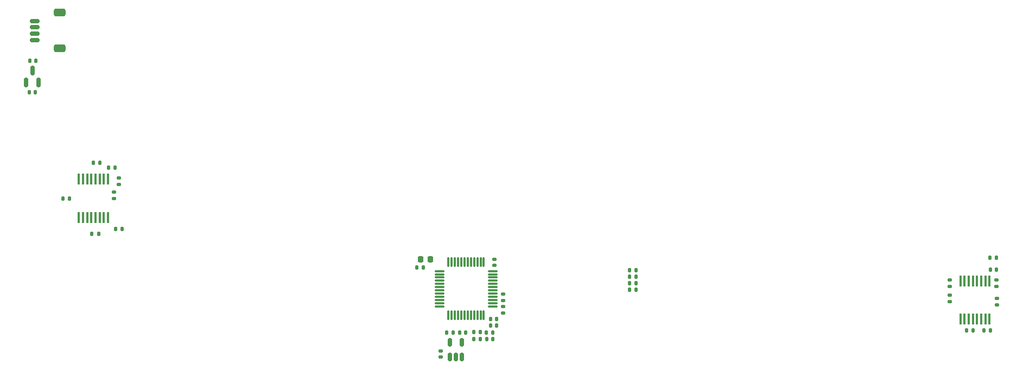
<source format=gbr>
%TF.GenerationSoftware,KiCad,Pcbnew,8.0.8*%
%TF.CreationDate,2025-05-02T20:11:17+02:00*%
%TF.ProjectId,ampersand,616d7065-7273-4616-9e64-2e6b69636164,rev?*%
%TF.SameCoordinates,Original*%
%TF.FileFunction,Paste,Bot*%
%TF.FilePolarity,Positive*%
%FSLAX46Y46*%
G04 Gerber Fmt 4.6, Leading zero omitted, Abs format (unit mm)*
G04 Created by KiCad (PCBNEW 8.0.8) date 2025-05-02 20:11:17*
%MOMM*%
%LPD*%
G01*
G04 APERTURE LIST*
G04 Aperture macros list*
%AMRoundRect*
0 Rectangle with rounded corners*
0 $1 Rounding radius*
0 $2 $3 $4 $5 $6 $7 $8 $9 X,Y pos of 4 corners*
0 Add a 4 corners polygon primitive as box body*
4,1,4,$2,$3,$4,$5,$6,$7,$8,$9,$2,$3,0*
0 Add four circle primitives for the rounded corners*
1,1,$1+$1,$2,$3*
1,1,$1+$1,$4,$5*
1,1,$1+$1,$6,$7*
1,1,$1+$1,$8,$9*
0 Add four rect primitives between the rounded corners*
20,1,$1+$1,$2,$3,$4,$5,0*
20,1,$1+$1,$4,$5,$6,$7,0*
20,1,$1+$1,$6,$7,$8,$9,0*
20,1,$1+$1,$8,$9,$2,$3,0*%
G04 Aperture macros list end*
%ADD10RoundRect,0.140000X-0.140000X-0.170000X0.140000X-0.170000X0.140000X0.170000X-0.140000X0.170000X0*%
%ADD11RoundRect,0.135000X-0.135000X-0.185000X0.135000X-0.185000X0.135000X0.185000X-0.135000X0.185000X0*%
%ADD12RoundRect,0.150000X0.150000X-0.512500X0.150000X0.512500X-0.150000X0.512500X-0.150000X-0.512500X0*%
%ADD13RoundRect,0.135000X0.185000X-0.135000X0.185000X0.135000X-0.185000X0.135000X-0.185000X-0.135000X0*%
%ADD14RoundRect,0.150000X0.150000X-0.587500X0.150000X0.587500X-0.150000X0.587500X-0.150000X-0.587500X0*%
%ADD15RoundRect,0.135000X-0.185000X0.135000X-0.185000X-0.135000X0.185000X-0.135000X0.185000X0.135000X0*%
%ADD16R,0.419100X1.778000*%
%ADD17RoundRect,0.225000X0.225000X0.250000X-0.225000X0.250000X-0.225000X-0.250000X0.225000X-0.250000X0*%
%ADD18RoundRect,0.140000X0.140000X0.170000X-0.140000X0.170000X-0.140000X-0.170000X0.140000X-0.170000X0*%
%ADD19RoundRect,0.140000X0.170000X-0.140000X0.170000X0.140000X-0.170000X0.140000X-0.170000X-0.140000X0*%
%ADD20RoundRect,0.135000X0.135000X0.185000X-0.135000X0.185000X-0.135000X-0.185000X0.135000X-0.185000X0*%
%ADD21RoundRect,0.140000X-0.170000X0.140000X-0.170000X-0.140000X0.170000X-0.140000X0.170000X0.140000X0*%
%ADD22RoundRect,0.150000X-0.625000X0.150000X-0.625000X-0.150000X0.625000X-0.150000X0.625000X0.150000X0*%
%ADD23RoundRect,0.250000X-0.650000X0.350000X-0.650000X-0.350000X0.650000X-0.350000X0.650000X0.350000X0*%
%ADD24RoundRect,0.075000X0.075000X-0.662500X0.075000X0.662500X-0.075000X0.662500X-0.075000X-0.662500X0*%
%ADD25RoundRect,0.075000X0.662500X-0.075000X0.662500X0.075000X-0.662500X0.075000X-0.662500X-0.075000X0*%
G04 APERTURE END LIST*
D10*
%TO.C,C7*%
X108762618Y-94230474D03*
X109722618Y-94230474D03*
%TD*%
D11*
%TO.C,R10*%
X47192500Y-77787500D03*
X48212500Y-77787500D03*
%TD*%
%TO.C,R9*%
X47418750Y-66675000D03*
X48438750Y-66675000D03*
%TD*%
D12*
%TO.C,U4*%
X104931250Y-96981250D03*
X103981250Y-96981250D03*
X103031250Y-96981250D03*
X103031250Y-94706250D03*
X104931250Y-94706250D03*
%TD*%
D11*
%TO.C,R21*%
X50877500Y-76993750D03*
X51897500Y-76993750D03*
%TD*%
D13*
%TO.C,R8*%
X51387500Y-70076250D03*
X51387500Y-69056250D03*
%TD*%
D10*
%TO.C,C12*%
X104520079Y-93160507D03*
X105480079Y-93160507D03*
%TD*%
D14*
%TO.C,U2*%
X38843750Y-54118750D03*
X36943750Y-54118750D03*
X37893750Y-52243750D03*
%TD*%
D15*
%TO.C,R5*%
X111300526Y-87195741D03*
X111300526Y-88215741D03*
%TD*%
D11*
%TO.C,R3*%
X131052586Y-84435371D03*
X132072586Y-84435371D03*
%TD*%
D16*
%TO.C,U3*%
X49692050Y-75205590D03*
X49041810Y-75205590D03*
X48391570Y-75205590D03*
X47741330Y-75205590D03*
X47096170Y-75205590D03*
X46445930Y-75205590D03*
X45795690Y-75205590D03*
X45145450Y-75205590D03*
X45145450Y-69256910D03*
X45795690Y-69256910D03*
X46445930Y-69256910D03*
X47096170Y-69256910D03*
X47741330Y-69256910D03*
X48391570Y-69256910D03*
X49041810Y-69256910D03*
X49692050Y-69256910D03*
%TD*%
D17*
%TO.C,C5*%
X99993750Y-81756250D03*
X98443750Y-81756250D03*
%TD*%
D18*
%TO.C,C14*%
X188285000Y-83343750D03*
X187325000Y-83343750D03*
%TD*%
D10*
%TO.C,C1*%
X108743750Y-93208318D03*
X109703750Y-93208318D03*
%TD*%
D19*
%TO.C,C3*%
X111294969Y-90089624D03*
X111294969Y-89129624D03*
%TD*%
D16*
%TO.C,U5*%
X187217050Y-91080590D03*
X186566810Y-91080590D03*
X185916570Y-91080590D03*
X185266330Y-91080590D03*
X184621170Y-91080590D03*
X183970930Y-91080590D03*
X183320690Y-91080590D03*
X182670450Y-91080590D03*
X182670450Y-85131910D03*
X183320690Y-85131910D03*
X183970930Y-85131910D03*
X184621170Y-85131910D03*
X185266330Y-85131910D03*
X185916570Y-85131910D03*
X186566810Y-85131910D03*
X187217050Y-85131910D03*
%TD*%
D20*
%TO.C,R11*%
X107760946Y-94192967D03*
X106740946Y-94192967D03*
%TD*%
D11*
%TO.C,R1*%
X131040562Y-86512696D03*
X132060562Y-86512696D03*
%TD*%
%TO.C,R6*%
X42656250Y-72231250D03*
X43676250Y-72231250D03*
%TD*%
D13*
%TO.C,R19*%
X188354462Y-88900000D03*
X188354462Y-87880000D03*
%TD*%
D19*
%TO.C,C13*%
X101600000Y-97003750D03*
X101600000Y-96043750D03*
%TD*%
D11*
%TO.C,R2*%
X131041054Y-85448710D03*
X132061054Y-85448710D03*
%TD*%
D21*
%TO.C,C2*%
X109974860Y-81719588D03*
X109974860Y-82679588D03*
%TD*%
D18*
%TO.C,C10*%
X38380888Y-55706250D03*
X37420888Y-55706250D03*
%TD*%
D15*
%TO.C,R17*%
X180975000Y-87312500D03*
X180975000Y-88332500D03*
%TD*%
D22*
%TO.C,J1*%
X38275000Y-44537500D03*
X38275000Y-45537500D03*
X38275000Y-46537500D03*
X38275000Y-47537500D03*
D23*
X42150000Y-43237500D03*
X42150000Y-48837500D03*
%TD*%
D18*
%TO.C,C9*%
X38417327Y-50750000D03*
X37457327Y-50750000D03*
%TD*%
D20*
%TO.C,R13*%
X107769567Y-93130358D03*
X106749567Y-93130358D03*
%TD*%
%TO.C,R20*%
X187325000Y-92868750D03*
X186305000Y-92868750D03*
%TD*%
D11*
%TO.C,R16*%
X187295000Y-81476250D03*
X188315000Y-81476250D03*
%TD*%
D13*
%TO.C,R15*%
X188325000Y-85951250D03*
X188325000Y-84931250D03*
%TD*%
D10*
%TO.C,C8*%
X109371250Y-92118689D03*
X110331250Y-92118689D03*
%TD*%
D13*
%TO.C,R14*%
X180975000Y-85951250D03*
X180975000Y-84931250D03*
%TD*%
D11*
%TO.C,R4*%
X131046250Y-83398811D03*
X132066250Y-83398811D03*
%TD*%
D10*
%TO.C,C4*%
X109370583Y-91030799D03*
X110330583Y-91030799D03*
%TD*%
D11*
%TO.C,R12*%
X102523474Y-93163842D03*
X103543474Y-93163842D03*
%TD*%
D24*
%TO.C,U1*%
X108318750Y-90495367D03*
X107818750Y-90495367D03*
X107318750Y-90495367D03*
X106818750Y-90495367D03*
X106318750Y-90495367D03*
X105818750Y-90495367D03*
X105318750Y-90495367D03*
X104818750Y-90495367D03*
X104318750Y-90495367D03*
X103818750Y-90495367D03*
X103318750Y-90495367D03*
X102818750Y-90495367D03*
D25*
X101406250Y-89082867D03*
X101406250Y-88582867D03*
X101406250Y-88082867D03*
X101406250Y-87582867D03*
X101406250Y-87082867D03*
X101406250Y-86582867D03*
X101406250Y-86082867D03*
X101406250Y-85582867D03*
X101406250Y-85082867D03*
X101406250Y-84582867D03*
X101406250Y-84082867D03*
X101406250Y-83582867D03*
D24*
X102818750Y-82170367D03*
X103318750Y-82170367D03*
X103818750Y-82170367D03*
X104318750Y-82170367D03*
X104818750Y-82170367D03*
X105318750Y-82170367D03*
X105818750Y-82170367D03*
X106318750Y-82170367D03*
X106818750Y-82170367D03*
X107318750Y-82170367D03*
X107818750Y-82170367D03*
X108318750Y-82170367D03*
D25*
X109731250Y-83582867D03*
X109731250Y-84082867D03*
X109731250Y-84582867D03*
X109731250Y-85082867D03*
X109731250Y-85582867D03*
X109731250Y-86082867D03*
X109731250Y-86582867D03*
X109731250Y-87082867D03*
X109731250Y-87582867D03*
X109731250Y-88082867D03*
X109731250Y-88582867D03*
X109731250Y-89082867D03*
%TD*%
D13*
%TO.C,R7*%
X50593750Y-72231250D03*
X50593750Y-71211250D03*
%TD*%
D20*
%TO.C,R18*%
X184638884Y-92868750D03*
X183618884Y-92868750D03*
%TD*%
D18*
%TO.C,C6*%
X98852620Y-83055658D03*
X97892620Y-83055658D03*
%TD*%
%TO.C,C11*%
X50760000Y-67468750D03*
X49800000Y-67468750D03*
%TD*%
M02*

</source>
